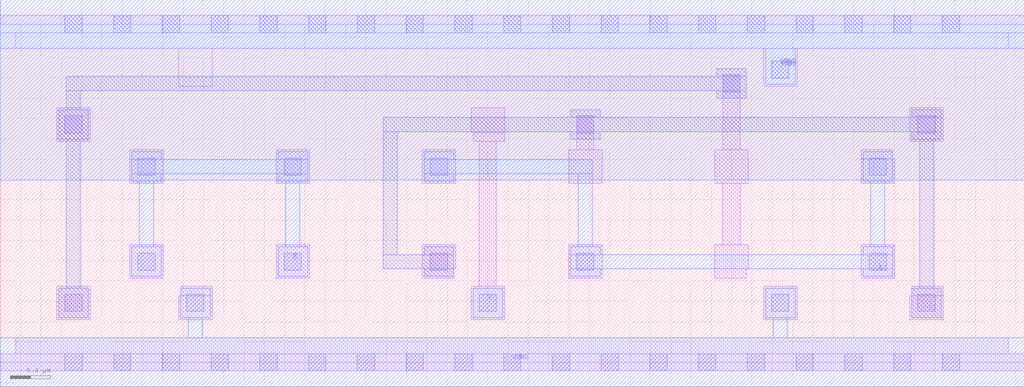
<source format=lef>
VERSION 5.7 ;
  NOWIREEXTENSIONATPIN ON ;
  DIVIDERCHAR "/" ;
  BUSBITCHARS "[]" ;
MACRO XNOR2X1
  CLASS CORE ;
  FOREIGN XNOR2X1 ;
  ORIGIN 0.000 0.000 ;
  SIZE 10.080 BY 3.330 ;
  SYMMETRY X Y ;
  SITE unit ;
  PIN A
    ANTENNAGATEAREA 0.378000 ;
    PORT
      LAYER met1 ;
        RECT 4.175 1.995 4.465 2.070 ;
        RECT 4.175 1.855 5.830 1.995 ;
        RECT 4.175 1.780 4.465 1.855 ;
        RECT 5.690 1.135 5.830 1.855 ;
        RECT 8.495 1.780 8.785 2.070 ;
        RECT 8.570 1.135 8.710 1.780 ;
        RECT 5.615 1.060 5.905 1.135 ;
        RECT 8.495 1.060 8.785 1.135 ;
        RECT 5.615 0.920 8.785 1.060 ;
        RECT 5.615 0.845 5.905 0.920 ;
        RECT 8.495 0.845 8.785 0.920 ;
    END
  END A
  PIN B
    ANTENNAGATEAREA 0.378000 ;
    PORT
      LAYER met1 ;
        RECT 1.295 1.995 1.585 2.070 ;
        RECT 2.735 1.995 3.025 2.070 ;
        RECT 1.295 1.855 3.025 1.995 ;
        RECT 1.295 1.780 1.585 1.855 ;
        RECT 2.735 1.780 3.025 1.855 ;
        RECT 1.370 1.135 1.510 1.780 ;
        RECT 2.810 1.135 2.950 1.780 ;
        RECT 1.295 0.845 1.585 1.135 ;
        RECT 2.735 0.845 3.025 1.135 ;
    END
  END B
  PIN VGND
    ANTENNADIFFAREA 1.124200 ;
    PORT
      LAYER met1 ;
        RECT 1.775 0.440 2.065 0.730 ;
        RECT 7.535 0.440 7.825 0.730 ;
        RECT 1.850 0.240 1.990 0.440 ;
        RECT 7.610 0.240 7.750 0.440 ;
        RECT 0.000 -0.240 10.080 0.240 ;
    END
    PORT
      LAYER met1 ;
        RECT 0.000 3.090 10.080 3.570 ;
        RECT 7.535 2.735 7.825 3.090 ;
    END
  END VGND
  PIN VPWR
    ANTENNADIFFAREA 2.167200 ;
    PORT
      LAYER li1 ;
        RECT 0.000 3.245 10.080 3.415 ;
        RECT 0.155 3.090 9.925 3.245 ;
        RECT 1.755 2.715 2.085 3.090 ;
        RECT 7.515 2.715 7.845 3.090 ;
      LAYER mcon ;
        RECT 0.635 3.245 0.805 3.415 ;
        RECT 1.115 3.245 1.285 3.415 ;
        RECT 1.595 3.245 1.765 3.415 ;
        RECT 2.075 3.245 2.245 3.415 ;
        RECT 2.555 3.245 2.725 3.415 ;
        RECT 3.035 3.245 3.205 3.415 ;
        RECT 3.515 3.245 3.685 3.415 ;
        RECT 3.995 3.245 4.165 3.415 ;
        RECT 4.475 3.245 4.645 3.415 ;
        RECT 4.955 3.245 5.125 3.415 ;
        RECT 5.435 3.245 5.605 3.415 ;
        RECT 5.915 3.245 6.085 3.415 ;
        RECT 6.395 3.245 6.565 3.415 ;
        RECT 6.875 3.245 7.045 3.415 ;
        RECT 7.355 3.245 7.525 3.415 ;
        RECT 7.835 3.245 8.005 3.415 ;
        RECT 8.315 3.245 8.485 3.415 ;
        RECT 8.795 3.245 8.965 3.415 ;
        RECT 9.275 3.245 9.445 3.415 ;
        RECT 7.595 2.795 7.765 2.965 ;
    END
  END VPWR
  PIN Y
    ANTENNADIFFAREA 1.661650 ;
    PORT
      LAYER met1 ;
        RECT 4.655 0.440 4.945 0.730 ;
    END
  END Y
  OBS
      LAYER nwell ;
        RECT 0.000 1.790 10.080 3.330 ;
      LAYER li1 ;
        RECT 0.555 2.175 0.885 2.505 ;
        RECT 4.635 2.260 4.965 2.505 ;
        RECT 4.655 2.175 4.965 2.260 ;
        RECT 1.275 1.760 1.605 2.090 ;
        RECT 2.715 1.760 3.045 2.090 ;
        RECT 4.155 1.760 4.485 2.090 ;
        RECT 1.275 0.825 1.605 1.155 ;
        RECT 2.715 0.825 3.045 1.155 ;
        RECT 4.155 0.920 4.485 1.155 ;
        RECT 4.155 0.825 4.465 0.920 ;
        RECT 4.715 0.750 4.885 2.175 ;
        RECT 5.675 2.090 5.845 2.425 ;
        RECT 7.115 2.090 7.285 2.830 ;
        RECT 8.955 2.175 9.285 2.505 ;
        RECT 5.595 1.760 5.925 2.090 ;
        RECT 7.035 1.760 7.365 2.090 ;
        RECT 8.475 2.005 8.785 2.090 ;
        RECT 8.475 1.760 8.805 2.005 ;
        RECT 7.115 1.155 7.285 1.760 ;
        RECT 5.595 0.825 5.925 1.155 ;
        RECT 7.035 0.920 7.365 1.155 ;
        RECT 7.035 0.825 7.345 0.920 ;
        RECT 8.475 0.825 8.805 1.155 ;
        RECT 0.555 0.420 0.885 0.750 ;
        RECT 1.775 0.655 2.085 0.750 ;
        RECT 1.755 0.420 2.085 0.655 ;
        RECT 4.635 0.420 4.965 0.750 ;
        RECT 7.515 0.420 7.845 0.750 ;
        RECT 8.975 0.655 9.285 0.750 ;
        RECT 8.955 0.420 9.285 0.655 ;
        RECT 0.155 0.085 9.925 0.240 ;
        RECT 0.000 -0.085 10.080 0.085 ;
      LAYER mcon ;
        RECT 7.115 2.660 7.285 2.830 ;
        RECT 0.635 2.255 0.805 2.425 ;
        RECT 5.675 2.255 5.845 2.425 ;
        RECT 1.355 1.840 1.525 2.010 ;
        RECT 2.795 1.840 2.965 2.010 ;
        RECT 4.235 1.840 4.405 2.010 ;
        RECT 1.355 0.905 1.525 1.075 ;
        RECT 2.795 0.905 2.965 1.075 ;
        RECT 4.235 0.905 4.405 1.075 ;
        RECT 9.035 2.255 9.205 2.425 ;
        RECT 8.555 1.840 8.725 2.010 ;
        RECT 5.675 0.905 5.845 1.075 ;
        RECT 8.555 0.905 8.725 1.075 ;
        RECT 0.635 0.500 0.805 0.670 ;
        RECT 1.835 0.500 2.005 0.670 ;
        RECT 4.715 0.500 4.885 0.670 ;
        RECT 7.595 0.500 7.765 0.670 ;
        RECT 9.035 0.500 9.205 0.670 ;
        RECT 0.635 -0.085 0.805 0.085 ;
        RECT 1.115 -0.085 1.285 0.085 ;
        RECT 1.595 -0.085 1.765 0.085 ;
        RECT 2.075 -0.085 2.245 0.085 ;
        RECT 2.555 -0.085 2.725 0.085 ;
        RECT 3.035 -0.085 3.205 0.085 ;
        RECT 3.515 -0.085 3.685 0.085 ;
        RECT 3.995 -0.085 4.165 0.085 ;
        RECT 4.475 -0.085 4.645 0.085 ;
        RECT 4.955 -0.085 5.125 0.085 ;
        RECT 5.435 -0.085 5.605 0.085 ;
        RECT 5.915 -0.085 6.085 0.085 ;
        RECT 6.395 -0.085 6.565 0.085 ;
        RECT 6.875 -0.085 7.045 0.085 ;
        RECT 7.355 -0.085 7.525 0.085 ;
        RECT 7.835 -0.085 8.005 0.085 ;
        RECT 8.315 -0.085 8.485 0.085 ;
        RECT 8.795 -0.085 8.965 0.085 ;
        RECT 9.275 -0.085 9.445 0.085 ;
      LAYER met1 ;
        RECT 7.055 2.815 7.345 2.890 ;
        RECT 0.650 2.675 7.345 2.815 ;
        RECT 0.650 2.485 0.790 2.675 ;
        RECT 7.055 2.600 7.345 2.675 ;
        RECT 0.575 2.195 0.865 2.485 ;
        RECT 5.615 2.410 5.905 2.485 ;
        RECT 8.975 2.410 9.265 2.485 ;
        RECT 3.770 2.270 9.265 2.410 ;
        RECT 0.650 0.730 0.790 2.195 ;
        RECT 3.770 1.060 3.910 2.270 ;
        RECT 5.615 2.195 5.905 2.270 ;
        RECT 8.975 2.195 9.265 2.270 ;
        RECT 4.175 1.060 4.465 1.135 ;
        RECT 3.770 0.920 4.465 1.060 ;
        RECT 4.175 0.845 4.465 0.920 ;
        RECT 9.050 0.730 9.190 2.195 ;
        RECT 0.575 0.440 0.865 0.730 ;
        RECT 8.975 0.440 9.265 0.730 ;
  END
END XNOR2X1
END LIBRARY


</source>
